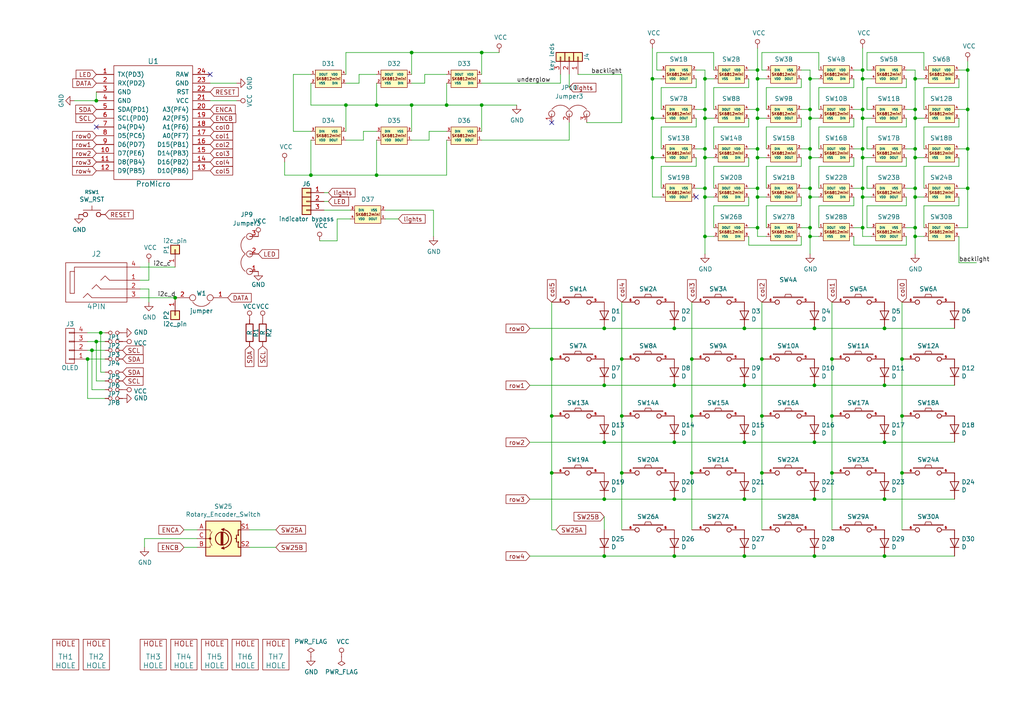
<source format=kicad_sch>
(kicad_sch (version 20211123) (generator eeschema)
  (paper "A4")
  (junction (at 256.54 128.27))
  (junction (at 261.62 137.16))
  (junction (at 26.67 101.6))
  (junction (at 219.71 22.86))
  (junction (at 204.47 22.86))
  (junction (at 220.98 137.16))
  (junction (at 195.58 111.76))
  (junction (at 234.95 54.61))
  (junction (at 50.8 86.36))
  (junction (at 250.19 31.75))
  (junction (at 236.22 161.29))
  (junction (at 234.95 31.75))
  (junction (at 27.94 99.06))
  (junction (at 256.54 161.29))
  (junction (at 215.9 161.29))
  (junction (at 234.95 57.15))
  (junction (at 219.71 20.32))
  (junction (at 175.26 161.29))
  (junction (at 234.95 43.18))
  (junction (at 160.02 137.16))
  (junction (at 261.62 120.65))
  (junction (at 236.22 128.27))
  (junction (at 200.66 104.14))
  (junction (at 219.71 34.29))
  (junction (at 27.94 29.21))
  (junction (at 219.71 45.72))
  (junction (at 265.43 31.75))
  (junction (at 200.66 120.65))
  (junction (at 234.95 34.29))
  (junction (at 280.67 31.75))
  (junction (at 215.9 111.76))
  (junction (at 175.26 111.76))
  (junction (at 180.34 104.14))
  (junction (at 256.54 144.78))
  (junction (at 256.54 95.25))
  (junction (at 280.67 43.18))
  (junction (at 160.02 120.65))
  (junction (at 265.43 54.61))
  (junction (at 250.19 20.32))
  (junction (at 90.17 50.8))
  (junction (at 180.34 137.16))
  (junction (at 250.19 43.18))
  (junction (at 175.26 128.27))
  (junction (at 219.71 31.75))
  (junction (at 265.43 22.86))
  (junction (at 215.9 128.27))
  (junction (at 109.22 30.48))
  (junction (at 204.47 45.72))
  (junction (at 215.9 95.25))
  (junction (at 265.43 43.18))
  (junction (at 220.98 120.65))
  (junction (at 175.26 144.78))
  (junction (at 189.23 45.72))
  (junction (at 119.38 30.48))
  (junction (at 250.19 22.86))
  (junction (at 250.19 34.29))
  (junction (at 25.4 104.14))
  (junction (at 195.58 95.25))
  (junction (at 189.23 34.29))
  (junction (at 250.19 45.72))
  (junction (at 29.21 96.52))
  (junction (at 204.47 34.29))
  (junction (at 109.22 50.8))
  (junction (at 250.19 54.61))
  (junction (at 100.33 30.48))
  (junction (at 219.71 54.61))
  (junction (at 234.95 22.86))
  (junction (at 195.58 128.27))
  (junction (at 265.43 66.04))
  (junction (at 160.02 104.14))
  (junction (at 204.47 54.61))
  (junction (at 280.67 54.61))
  (junction (at 180.34 120.65))
  (junction (at 265.43 34.29))
  (junction (at 261.62 104.14))
  (junction (at 215.9 144.78))
  (junction (at 204.47 57.15))
  (junction (at 219.71 66.04))
  (junction (at 280.67 20.32))
  (junction (at 241.3 104.14))
  (junction (at 219.71 43.18))
  (junction (at 265.43 57.15))
  (junction (at 219.71 57.15))
  (junction (at 236.22 111.76))
  (junction (at 236.22 144.78))
  (junction (at 175.26 95.25))
  (junction (at 220.98 104.14))
  (junction (at 250.19 57.15))
  (junction (at 189.23 22.86))
  (junction (at 195.58 161.29))
  (junction (at 250.19 66.04))
  (junction (at 195.58 144.78))
  (junction (at 234.95 68.58))
  (junction (at 129.54 30.48))
  (junction (at 119.38 15.24))
  (junction (at 234.95 66.04))
  (junction (at 139.7 30.48))
  (junction (at 200.66 137.16))
  (junction (at 241.3 120.65))
  (junction (at 204.47 68.58))
  (junction (at 234.95 45.72))
  (junction (at 265.43 68.58))
  (junction (at 236.22 95.25))
  (junction (at 256.54 111.76))
  (junction (at 241.3 137.16))
  (junction (at 139.7 15.24))
  (junction (at 265.43 45.72))
  (junction (at 204.47 31.75))
  (junction (at 204.47 43.18))
  (no_connect (at 160.02 35.56))
  (no_connect (at 201.93 57.15))
  (no_connect (at 27.94 36.83))
  (no_connect (at 60.96 21.59))
  (wire (pts (xy 247.65 71.12) (xy 247.65 68.58)))
  (wire (pts (xy 191.77 34.29) (xy 189.23 34.29)))
  (wire (pts (xy 200.66 120.65) (xy 200.66 137.16)))
  (wire (pts (xy 278.13 20.32) (xy 280.67 20.32)))
  (wire (pts (xy 265.43 22.86) (xy 265.43 31.75)))
  (wire (pts (xy 217.17 48.26) (xy 217.17 45.72)))
  (wire (pts (xy 234.95 57.15) (xy 234.95 66.04)))
  (wire (pts (xy 162.56 21.59) (xy 162.56 24.13)))
  (wire (pts (xy 85.09 21.59) (xy 85.09 38.1)))
  (wire (pts (xy 101.6 63.5) (xy 97.79 63.5)))
  (wire (pts (xy 165.1 35.56) (xy 165.1 40.64)))
  (wire (pts (xy 232.41 43.18) (xy 234.95 43.18)))
  (wire (pts (xy 207.01 31.75) (xy 207.01 25.4)))
  (wire (pts (xy 41.91 156.21) (xy 41.91 158.75)))
  (wire (pts (xy 60.96 24.13) (xy 68.58 24.13)))
  (wire (pts (xy 119.38 21.59) (xy 119.38 15.24)))
  (wire (pts (xy 57.15 156.21) (xy 41.91 156.21)))
  (wire (pts (xy 215.9 144.78) (xy 236.22 144.78)))
  (wire (pts (xy 167.64 21.59) (xy 180.34 21.59)))
  (wire (pts (xy 27.94 99.06) (xy 27.94 110.49)))
  (wire (pts (xy 262.89 34.29) (xy 262.89 36.83)))
  (wire (pts (xy 222.25 22.86) (xy 219.71 22.86)))
  (wire (pts (xy 195.58 111.76) (xy 215.9 111.76)))
  (wire (pts (xy 215.9 111.76) (xy 236.22 111.76)))
  (wire (pts (xy 175.26 149.86) (xy 175.26 153.67)))
  (wire (pts (xy 222.25 57.15) (xy 219.71 57.15)))
  (wire (pts (xy 261.62 120.65) (xy 261.62 137.16)))
  (wire (pts (xy 105.41 40.64) (xy 105.41 38.1)))
  (wire (pts (xy 252.73 57.15) (xy 250.19 57.15)))
  (wire (pts (xy 250.19 45.72) (xy 250.19 43.18)))
  (wire (pts (xy 100.33 40.64) (xy 105.41 40.64)))
  (wire (pts (xy 267.97 31.75) (xy 267.97 25.4)))
  (wire (pts (xy 237.49 54.61) (xy 237.49 48.26)))
  (wire (pts (xy 267.97 54.61) (xy 267.97 48.26)))
  (wire (pts (xy 234.95 34.29) (xy 234.95 43.18)))
  (wire (pts (xy 250.19 34.29) (xy 250.19 31.75)))
  (wire (pts (xy 278.13 68.58) (xy 278.13 76.2)))
  (wire (pts (xy 139.7 40.64) (xy 165.1 40.64)))
  (wire (pts (xy 25.4 115.57) (xy 30.48 115.57)))
  (wire (pts (xy 95.25 58.42) (xy 93.98 58.42)))
  (wire (pts (xy 251.46 15.24) (xy 251.46 20.32)))
  (wire (pts (xy 267.97 25.4) (xy 278.13 25.4)))
  (wire (pts (xy 280.67 54.61) (xy 280.67 66.04)))
  (wire (pts (xy 232.41 59.69) (xy 222.25 59.69)))
  (wire (pts (xy 237.49 45.72) (xy 234.95 45.72)))
  (wire (pts (xy 29.21 107.95) (xy 30.48 107.95)))
  (wire (pts (xy 219.71 20.32) (xy 219.71 22.86)))
  (wire (pts (xy 201.93 48.26) (xy 191.77 48.26)))
  (wire (pts (xy 129.54 21.59) (xy 123.19 21.59)))
  (wire (pts (xy 85.09 38.1) (xy 90.17 38.1)))
  (wire (pts (xy 251.46 66.04) (xy 252.73 66.04)))
  (wire (pts (xy 222.25 25.4) (xy 222.25 31.75)))
  (wire (pts (xy 60.96 29.21) (xy 68.58 29.21)))
  (wire (pts (xy 40.64 86.36) (xy 50.8 86.36)))
  (wire (pts (xy 250.19 54.61) (xy 250.19 45.72)))
  (wire (pts (xy 220.98 87.63) (xy 220.98 104.14)))
  (wire (pts (xy 189.23 45.72) (xy 189.23 57.15)))
  (wire (pts (xy 265.43 68.58) (xy 265.43 73.66)))
  (wire (pts (xy 43.18 83.82) (xy 43.18 87.63)))
  (wire (pts (xy 104.14 24.13) (xy 100.33 24.13)))
  (wire (pts (xy 267.97 43.18) (xy 267.97 36.83)))
  (wire (pts (xy 219.71 57.15) (xy 219.71 66.04)))
  (wire (pts (xy 234.95 45.72) (xy 234.95 54.61)))
  (wire (pts (xy 82.55 50.8) (xy 82.55 46.99)))
  (wire (pts (xy 90.17 40.64) (xy 90.17 50.8)))
  (wire (pts (xy 129.54 30.48) (xy 129.54 24.13)))
  (wire (pts (xy 247.65 36.83) (xy 247.65 34.29)))
  (wire (pts (xy 165.1 25.4) (xy 165.1 21.59)))
  (wire (pts (xy 280.67 54.61) (xy 278.13 54.61)))
  (wire (pts (xy 53.34 158.75) (xy 57.15 158.75)))
  (wire (pts (xy 204.47 57.15) (xy 204.47 54.61)))
  (wire (pts (xy 217.17 25.4) (xy 217.17 22.86)))
  (wire (pts (xy 123.19 24.13) (xy 119.38 24.13)))
  (wire (pts (xy 220.98 20.32) (xy 222.25 20.32)))
  (wire (pts (xy 232.41 36.83) (xy 222.25 36.83)))
  (wire (pts (xy 109.22 30.48) (xy 119.38 30.48)))
  (wire (pts (xy 27.94 99.06) (xy 30.48 99.06)))
  (wire (pts (xy 160.02 104.14) (xy 160.02 120.65)))
  (wire (pts (xy 251.46 54.61) (xy 252.73 54.61)))
  (wire (pts (xy 207.01 20.32) (xy 207.01 15.24)))
  (wire (pts (xy 247.65 66.04) (xy 250.19 66.04)))
  (wire (pts (xy 200.66 137.16) (xy 200.66 153.67)))
  (wire (pts (xy 237.49 20.32) (xy 237.49 15.24)))
  (wire (pts (xy 265.43 45.72) (xy 265.43 54.61)))
  (wire (pts (xy 280.67 20.32) (xy 280.67 31.75)))
  (wire (pts (xy 175.26 161.29) (xy 195.58 161.29)))
  (wire (pts (xy 207.01 34.29) (xy 204.47 34.29)))
  (wire (pts (xy 180.34 120.65) (xy 180.34 137.16)))
  (wire (pts (xy 25.4 96.52) (xy 29.21 96.52)))
  (wire (pts (xy 215.9 161.29) (xy 236.22 161.29)))
  (wire (pts (xy 256.54 111.76) (xy 276.86 111.76)))
  (wire (pts (xy 237.49 31.75) (xy 237.49 25.4)))
  (wire (pts (xy 25.4 104.14) (xy 25.4 115.57)))
  (wire (pts (xy 72.39 153.67) (xy 80.01 153.67)))
  (wire (pts (xy 267.97 57.15) (xy 265.43 57.15)))
  (wire (pts (xy 101.6 60.96) (xy 93.98 60.96)))
  (wire (pts (xy 100.33 15.24) (xy 100.33 21.59)))
  (wire (pts (xy 90.17 21.59) (xy 85.09 21.59)))
  (wire (pts (xy 252.73 68.58) (xy 250.19 68.58)))
  (wire (pts (xy 90.17 50.8) (xy 82.55 50.8)))
  (wire (pts (xy 280.67 43.18) (xy 280.67 54.61)))
  (wire (pts (xy 25.4 99.06) (xy 27.94 99.06)))
  (wire (pts (xy 256.54 95.25) (xy 236.22 95.25)))
  (wire (pts (xy 26.67 113.03) (xy 30.48 113.03)))
  (wire (pts (xy 219.71 43.18) (xy 219.71 45.72)))
  (wire (pts (xy 27.94 29.21) (xy 21.59 29.21)))
  (wire (pts (xy 232.41 48.26) (xy 222.25 48.26)))
  (wire (pts (xy 262.89 54.61) (xy 265.43 54.61)))
  (wire (pts (xy 265.43 34.29) (xy 265.43 43.18)))
  (wire (pts (xy 90.17 50.8) (xy 109.22 50.8)))
  (wire (pts (xy 262.89 71.12) (xy 247.65 71.12)))
  (wire (pts (xy 220.98 104.14) (xy 220.98 120.65)))
  (wire (pts (xy 40.64 77.47) (xy 50.8 77.47)))
  (wire (pts (xy 123.19 21.59) (xy 123.19 24.13)))
  (wire (pts (xy 204.47 43.18) (xy 204.47 34.29)))
  (wire (pts (xy 252.73 34.29) (xy 250.19 34.29)))
  (wire (pts (xy 111.76 63.5) (xy 115.57 63.5)))
  (wire (pts (xy 278.13 48.26) (xy 278.13 45.72)))
  (wire (pts (xy 232.41 71.12) (xy 217.17 71.12)))
  (wire (pts (xy 262.89 57.15) (xy 262.89 59.69)))
  (wire (pts (xy 219.71 45.72) (xy 219.71 54.61)))
  (wire (pts (xy 175.26 144.78) (xy 153.67 144.78)))
  (wire (pts (xy 241.3 137.16) (xy 241.3 153.67)))
  (wire (pts (xy 236.22 128.27) (xy 256.54 128.27)))
  (wire (pts (xy 43.18 76.2) (xy 43.18 81.28)))
  (wire (pts (xy 261.62 137.16) (xy 261.62 153.67)))
  (wire (pts (xy 119.38 40.64) (xy 124.46 40.64)))
  (wire (pts (xy 125.73 60.96) (xy 125.73 68.58)))
  (wire (pts (xy 241.3 137.16) (xy 241.3 120.65)))
  (wire (pts (xy 207.01 48.26) (xy 217.17 48.26)))
  (wire (pts (xy 204.47 45.72) (xy 204.47 43.18)))
  (wire (pts (xy 119.38 30.48) (xy 129.54 30.48)))
  (wire (pts (xy 201.93 34.29) (xy 201.93 36.83)))
  (wire (pts (xy 232.41 20.32) (xy 234.95 20.32)))
  (wire (pts (xy 232.41 54.61) (xy 234.95 54.61)))
  (wire (pts (xy 204.47 34.29) (xy 204.47 31.75)))
  (wire (pts (xy 189.23 13.97) (xy 189.23 22.86)))
  (wire (pts (xy 250.19 22.86) (xy 250.19 20.32)))
  (wire (pts (xy 280.67 66.04) (xy 278.13 66.04)))
  (wire (pts (xy 195.58 144.78) (xy 215.9 144.78)))
  (wire (pts (xy 247.65 54.61) (xy 250.19 54.61)))
  (wire (pts (xy 251.46 20.32) (xy 252.73 20.32)))
  (wire (pts (xy 251.46 25.4) (xy 251.46 31.75)))
  (wire (pts (xy 92.71 69.85) (xy 97.79 69.85)))
  (wire (pts (xy 262.89 48.26) (xy 251.46 48.26)))
  (wire (pts (xy 104.14 21.59) (xy 104.14 24.13)))
  (wire (pts (xy 222.25 34.29) (xy 219.71 34.29)))
  (wire (pts (xy 237.49 66.04) (xy 237.49 59.69)))
  (wire (pts (xy 250.19 31.75) (xy 250.19 22.86)))
  (wire (pts (xy 215.9 128.27) (xy 236.22 128.27)))
  (wire (pts (xy 26.67 101.6) (xy 26.67 113.03)))
  (wire (pts (xy 247.65 48.26) (xy 247.65 45.72)))
  (wire (pts (xy 267.97 22.86) (xy 265.43 22.86)))
  (wire (pts (xy 119.38 30.48) (xy 119.38 38.1)))
  (wire (pts (xy 207.01 68.58) (xy 204.47 68.58)))
  (wire (pts (xy 250.19 66.04) (xy 250.19 57.15)))
  (wire (pts (xy 232.41 45.72) (xy 232.41 48.26)))
  (wire (pts (xy 43.18 81.28) (xy 40.64 81.28)))
  (wire (pts (xy 247.65 25.4) (xy 247.65 22.86)))
  (wire (pts (xy 109.22 40.64) (xy 109.22 50.8)))
  (wire (pts (xy 241.3 104.14) (xy 241.3 120.65)))
  (wire (pts (xy 237.49 36.83) (xy 247.65 36.83)))
  (wire (pts (xy 204.47 68.58) (xy 204.47 57.15)))
  (wire (pts (xy 280.67 31.75) (xy 280.67 43.18)))
  (wire (pts (xy 234.95 22.86) (xy 234.95 31.75)))
  (wire (pts (xy 191.77 36.83) (xy 191.77 43.18)))
  (wire (pts (xy 190.5 20.32) (xy 191.77 20.32)))
  (wire (pts (xy 262.89 22.86) (xy 262.89 25.4)))
  (wire (pts (xy 222.25 59.69) (xy 222.25 66.04)))
  (wire (pts (xy 207.01 59.69) (xy 217.17 59.69)))
  (wire (pts (xy 215.9 95.25) (xy 236.22 95.25)))
  (wire (pts (xy 232.41 66.04) (xy 234.95 66.04)))
  (wire (pts (xy 265.43 54.61) (xy 265.43 57.15)))
  (wire (pts (xy 237.49 48.26) (xy 247.65 48.26)))
  (wire (pts (xy 280.67 31.75) (xy 278.13 31.75)))
  (wire (pts (xy 222.25 48.26) (xy 222.25 54.61)))
  (wire (pts (xy 262.89 36.83) (xy 251.46 36.83)))
  (wire (pts (xy 200.66 104.14) (xy 200.66 120.65)))
  (wire (pts (xy 222.25 36.83) (xy 222.25 43.18)))
  (wire (pts (xy 237.49 25.4) (xy 247.65 25.4)))
  (wire (pts (xy 207.01 66.04) (xy 207.01 59.69)))
  (wire (pts (xy 119.38 15.24) (xy 100.33 15.24)))
  (wire (pts (xy 29.21 96.52) (xy 30.48 96.52)))
  (wire (pts (xy 262.89 68.58) (xy 262.89 71.12)))
  (wire (pts (xy 201.93 54.61) (xy 204.47 54.61)))
  (wire (pts (xy 265.43 57.15) (xy 265.43 66.04)))
  (wire (pts (xy 219.71 68.58) (xy 222.25 68.58)))
  (wire (pts (xy 232.41 22.86) (xy 232.41 25.4)))
  (wire (pts (xy 27.94 26.67) (xy 27.94 29.21)))
  (wire (pts (xy 29.21 96.52) (xy 29.21 107.95)))
  (wire (pts (xy 267.97 36.83) (xy 278.13 36.83)))
  (wire (pts (xy 265.43 66.04) (xy 265.43 68.58)))
  (wire (pts (xy 234.95 43.18) (xy 234.95 45.72)))
  (wire (pts (xy 189.23 22.86) (xy 189.23 34.29)))
  (wire (pts (xy 217.17 66.04) (xy 219.71 66.04)))
  (wire (pts (xy 247.65 43.18) (xy 250.19 43.18)))
  (wire (pts (xy 220.98 15.24) (xy 220.98 20.32)))
  (wire (pts (xy 278.13 25.4) (xy 278.13 22.86)))
  (wire (pts (xy 175.26 128.27) (xy 153.67 128.27)))
  (wire (pts (xy 204.47 20.32) (xy 204.47 22.86)))
  (wire (pts (xy 204.47 54.61) (xy 204.47 45.72)))
  (wire (pts (xy 262.89 43.18) (xy 265.43 43.18)))
  (wire (pts (xy 261.62 120.65) (xy 261.62 104.14)))
  (wire (pts (xy 124.46 38.1) (xy 129.54 38.1)))
  (wire (pts (xy 267.97 59.69) (xy 278.13 59.69)))
  (wire (pts (xy 278.13 36.83) (xy 278.13 34.29)))
  (wire (pts (xy 30.48 104.14) (xy 25.4 104.14)))
  (wire (pts (xy 175.26 111.76) (xy 153.67 111.76)))
  (wire (pts (xy 232.41 34.29) (xy 232.41 36.83)))
  (wire (pts (xy 265.43 34.29) (xy 267.97 34.29)))
  (wire (pts (xy 267.97 66.04) (xy 267.97 59.69)))
  (wire (pts (xy 217.17 59.69) (xy 217.17 57.15)))
  (wire (pts (xy 237.49 22.86) (xy 234.95 22.86)))
  (wire (pts (xy 234.95 66.04) (xy 234.95 68.58)))
  (wire (pts (xy 280.67 43.18) (xy 278.13 43.18)))
  (wire (pts (xy 207.01 36.83) (xy 217.17 36.83)))
  (wire (pts (xy 195.58 128.27) (xy 175.26 128.27)))
  (wire (pts (xy 232.41 25.4) (xy 222.25 25.4)))
  (wire (pts (xy 180.34 87.63) (xy 180.34 104.14)))
  (wire (pts (xy 160.02 87.63) (xy 160.02 104.14)))
  (wire (pts (xy 217.17 71.12) (xy 217.17 68.58)))
  (wire (pts (xy 256.54 95.25) (xy 276.86 95.25)))
  (wire (pts (xy 26.67 101.6) (xy 30.48 101.6)))
  (wire (pts (xy 160.02 137.16) (xy 160.02 153.67)))
  (wire (pts (xy 139.7 30.48) (xy 149.86 30.48)))
  (wire (pts (xy 170.18 35.56) (xy 180.34 35.56)))
  (wire (pts (xy 220.98 137.16) (xy 220.98 153.67)))
  (wire (pts (xy 204.47 73.66) (xy 204.47 68.58)))
  (wire (pts (xy 201.93 20.32) (xy 204.47 20.32)))
  (wire (pts (xy 232.41 31.75) (xy 234.95 31.75)))
  (wire (pts (xy 191.77 45.72) (xy 189.23 45.72)))
  (wire (pts (xy 201.93 22.86) (xy 201.93 25.4)))
  (wire (pts (xy 100.33 30.48) (xy 90.17 30.48)))
  (wire (pts (xy 200.66 87.63) (xy 200.66 104.14)))
  (wire (pts (xy 252.73 45.72) (xy 250.19 45.72)))
  (wire (pts (xy 267.97 45.72) (xy 265.43 45.72)))
  (wire (pts (xy 195.58 95.25) (xy 175.26 95.25)))
  (wire (pts (xy 201.93 31.75) (xy 204.47 31.75)))
  (wire (pts (xy 109.22 50.8) (xy 129.54 50.8)))
  (wire (pts (xy 139.7 21.59) (xy 139.7 15.24)))
  (wire (pts (xy 251.46 43.18) (xy 252.73 43.18)))
  (wire (pts (xy 93.98 55.88) (xy 95.25 55.88)))
  (wire (pts (xy 217.17 36.83) (xy 217.17 34.29)))
  (wire (pts (xy 247.65 31.75) (xy 250.19 31.75)))
  (wire (pts (xy 250.19 68.58) (xy 250.19 66.04)))
  (wire (pts (xy 204.47 22.86) (xy 207.01 22.86)))
  (wire (pts (xy 267.97 68.58) (xy 265.43 68.58)))
  (wire (pts (xy 234.95 31.75) (xy 234.95 34.29)))
  (wire (pts (xy 124.46 40.64) (xy 124.46 38.1)))
  (wire (pts (xy 201.93 45.72) (xy 201.93 48.26)))
  (wire (pts (xy 204.47 22.86) (xy 204.47 31.75)))
  (wire (pts (xy 237.49 57.15) (xy 234.95 57.15)))
  (wire (pts (xy 189.23 34.29) (xy 189.23 45.72)))
  (wire (pts (xy 278.13 76.2) (xy 283.21 76.2)))
  (wire (pts (xy 180.34 21.59) (xy 180.34 35.56)))
  (wire (pts (xy 189.23 57.15) (xy 191.77 57.15)))
  (wire (pts (xy 250.19 57.15) (xy 250.19 54.61)))
  (wire (pts (xy 207.01 43.18) (xy 207.01 36.83)))
  (wire (pts (xy 250.19 20.32) (xy 250.19 13.97)))
  (wire (pts (xy 251.46 36.83) (xy 251.46 43.18)))
  (wire (pts (xy 234.95 54.61) (xy 234.95 57.15)))
  (wire (pts (xy 207.01 15.24) (xy 190.5 15.24)))
  (wire (pts (xy 280.67 20.32) (xy 280.67 17.78)))
  (wire (pts (xy 251.46 48.26) (xy 251.46 54.61)))
  (wire (pts (xy 100.33 38.1) (xy 100.33 30.48)))
  (wire (pts (xy 139.7 24.13) (xy 162.56 24.13)))
  (wire (pts (xy 262.89 45.72) (xy 262.89 48.26)))
  (wire (pts (xy 251.46 59.69) (xy 251.46 66.04)))
  (wire (pts (xy 195.58 95.25) (xy 215.9 95.25)))
  (wire (pts (xy 219.71 31.75) (xy 219.71 34.29)))
  (wire (pts (xy 27.94 110.49) (xy 30.48 110.49)))
  (wire (pts (xy 153.67 161.29) (xy 175.26 161.29)))
  (wire (pts (xy 180.34 104.14) (xy 180.34 120.65)))
  (wire (pts (xy 191.77 22.86) (xy 189.23 22.86)))
  (wire (pts (xy 237.49 43.18) (xy 237.49 36.83)))
  (wire (pts (xy 234.95 68.58) (xy 234.95 73.66)))
  (wire (pts (xy 144.78 15.24) (xy 139.7 15.24)))
  (wire (pts (xy 195.58 128.27) (xy 215.9 128.27)))
  (wire (pts (xy 201.93 43.18) (xy 204.47 43.18)))
  (wire (pts (xy 236.22 161.29) (xy 256.54 161.29)))
  (wire (pts (xy 207.01 57.15) (xy 204.47 57.15)))
  (wire (pts (xy 111.76 60.96) (xy 125.73 60.96)))
  (wire (pts (xy 256.54 144.78) (xy 276.86 144.78)))
  (wire (pts (xy 219.71 54.61) (xy 219.71 57.15)))
  (wire (pts (xy 40.64 83.82) (xy 43.18 83.82)))
  (wire (pts (xy 237.49 34.29) (xy 234.95 34.29)))
  (wire (pts (xy 109.22 21.59) (xy 104.14 21.59)))
  (wire (pts (xy 237.49 15.24) (xy 220.98 15.24)))
  (wire (pts (xy 195.58 144.78) (xy 175.26 144.78)))
  (wire (pts (xy 219.71 13.97) (xy 219.71 20.32)))
  (wire (pts (xy 53.34 153.67) (xy 57.15 153.67)))
  (wire (pts (xy 90.17 30.48) (xy 90.17 24.13)))
  (wire (pts (xy 232.41 68.58) (xy 232.41 71.12)))
  (wire (pts (xy 97.79 63.5) (xy 97.79 69.85)))
  (wire (pts (xy 267.97 48.26) (xy 278.13 48.26)))
  (wire (pts (xy 237.49 59.69) (xy 247.65 59.69)))
  (wire (pts (xy 207.01 45.72) (xy 204.47 45.72)))
  (wire (pts (xy 236.22 111.76) (xy 256.54 111.76)))
  (wire (pts (xy 190.5 15.24) (xy 190.5 20.32)))
  (wire (pts (xy 217.17 20.32) (xy 219.71 20.32)))
  (wire (pts (xy 201.93 25.4) (xy 191.77 25.4)))
  (wire (pts (xy 256.54 161.29) (xy 276.86 161.29)))
  (wire (pts (xy 262.89 31.75) (xy 265.43 31.75)))
  (wire (pts (xy 236.22 144.78) (xy 256.54 144.78)))
  (wire (pts (xy 267.97 15.24) (xy 251.46 15.24)))
  (wire (pts (xy 195.58 111.76) (xy 175.26 111.76)))
  (wire (pts (xy 262.89 20.32) (xy 265.43 20.32)))
  (wire (pts (xy 175.26 95.25) (xy 153.67 95.25)))
  (wire (pts (xy 234.95 20.32) (xy 234.95 22.86)))
  (wire (pts (xy 247.65 20.32) (xy 250.19 20.32)))
  (wire (pts (xy 222.25 45.72) (xy 219.71 45.72)))
  (wire (pts (xy 237.49 68.58) (xy 234.95 68.58)))
  (wire (pts (xy 201.93 36.83) (xy 191.77 36.83)))
  (wire (pts (xy 219.71 34.29) (xy 219.71 43.18)))
  (wire (pts (xy 129.54 40.64) (xy 129.54 50.8)))
  (wire (pts (xy 262.89 66.04) (xy 265.43 66.04)))
  (wire (pts (xy 220.98 120.65) (xy 220.98 137.16)))
  (wire (pts (xy 217.17 54.61) (xy 219.71 54.61)))
  (wire (pts (xy 250.19 43.18) (xy 250.19 34.29)))
  (wire (pts (xy 265.43 43.18) (xy 265.43 45.72)))
  (wire (pts (xy 72.39 158.75) (xy 80.01 158.75)))
  (wire (pts (xy 180.34 137.16) (xy 180.34 153.67)))
  (wire (pts (xy 241.3 87.63) (xy 241.3 104.14)))
  (wire (pts (xy 207.01 54.61) (xy 207.01 48.26)))
  (wire (pts (xy 256.54 128.27) (xy 276.86 128.27)))
  (wire (pts (xy 267.97 20.32) (xy 267.97 15.24)))
  (wire (pts (xy 25.4 101.6) (xy 26.67 101.6)))
  (wire (pts (xy 139.7 38.1) (xy 139.7 30.48)))
  (wire (pts (xy 100.33 30.48) (xy 109.22 30.48)))
  (wire (pts (xy 219.71 22.86) (xy 219.71 31.75)))
  (wire (pts (xy 251.46 31.75) (xy 252.73 31.75)))
  (wire (pts (xy 207.01 25.4) (xy 217.17 25.4)))
  (wire (pts (xy 109.22 30.48) (xy 109.22 24.13)))
  (wire (pts (xy 262.89 25.4) (xy 251.46 25.4)))
  (wire (pts (xy 160.02 120.65) (xy 160.02 137.16)))
  (wire (pts (xy 232.41 57.15) (xy 232.41 59.69)))
  (wire (pts (xy 129.54 30.48) (xy 139.7 30.48)))
  (wire (pts (xy 191.77 48.26) (xy 191.77 54.61)))
  (wire (pts (xy 219.71 66.04) (xy 219.71 68.58)))
  (wire (pts (xy 139.7 15.24) (xy 119.38 15.24)))
  (wire (pts (xy 261.62 104.14) (xy 261.62 87.63)))
  (wire (pts (xy 262.89 59.69) (xy 251.46 59.69)))
  (wire (pts (xy 265.43 31.75) (xy 265.43 34.29)))
  (wire (pts (xy 105.41 38.1) (xy 109.22 38.1)))
  (wire (pts (xy 252.73 22.86) (xy 250.19 22.86)))
  (wire (pts (xy 191.77 25.4) (xy 191.77 31.75)))
  (wire (pts (xy 217.17 43.18) (xy 219.71 43.18)))
  (wire (pts (xy 217.17 31.75) (xy 219.71 31.75)))
  (wire (pts (xy 247.65 59.69) (xy 247.65 57.15)))
  (wire (pts (xy 160.02 153.67) (xy 161.29 153.67)))
  (wire (pts (xy 265.43 20.32) (xy 265.43 22.86)))
  (wire (pts (xy 278.13 59.69) (xy 278.13 57.15)))
  (wire (pts (xy 195.58 161.29) (xy 215.9 161.29)))
  (label "i2c_d" (at 45.72 86.36 0))
  (label "backlight" (at 278.13 76.2 0))
  (label "backlight" (at 171.45 21.59 0))
  (label "underglow" (at 149.86 24.13 0))
  (label "i2c_c" (at 44.45 77.47 0))
  (global_label "SCL" (shape input) (at 76.2 100.33 270) (property "Intersheet References" "${INTERSHEET_REFS}" (effects hide)))
  (global_label "row3" (shape input) (at 27.94 46.99 180) (property "Intersheet References" "${INTERSHEET_REFS}" (effects hide)))
  (global_label "col2" (shape input) (at 220.98 87.63 90) (property "Intersheet References" "${INTERSHEET_REFS}" (effects hide)))
  (global_label "row1" (shape input) (at 27.94 41.91 180) (property "Intersheet References" "${INTERSHEET_REFS}" (effects hide)))
  (global_label "col1" (shape input) (at 60.96 39.37 0) (property "Intersheet References" "${INTERSHEET_REFS}" (effects hide)))
  (global_label "col4" (shape input) (at 60.96 46.99 0) (property "Intersheet References" "${INTERSHEET_REFS}" (effects hide)))
  (global_label "lights" (shape input) (at 95.25 55.88 0) (property "Intersheet References" "${INTERSHEET_REFS}" (effects hide)))
  (global_label "row0" (shape input) (at 27.94 39.37 180) (property "Intersheet References" "${INTERSHEET_REFS}" (effects hide)))
  (global_label "ENCB" (shape input) (at 53.34 158.75 180) (property "Intersheet References" "${INTERSHEET_REFS}" (effects hide)))
  (global_label "ENCA" (shape input) (at 60.96 31.75 0) (property "Intersheet References" "${INTERSHEET_REFS}" (effects hide)))
  (global_label "lights" (shape input) (at 165.1 25.4 0) (property "Intersheet References" "${INTERSHEET_REFS}" (effects hide)))
  (global_label "SCL" (shape input) (at 35.56 101.6 0) (property "Intersheet References" "${INTERSHEET_REFS}" (effects hide)))
  (global_label "col0" (shape input) (at 261.62 87.63 90) (property "Intersheet References" "${INTERSHEET_REFS}" (effects hide)))
  (global_label "col0" (shape input) (at 60.96 36.83 0) (property "Intersheet References" "${INTERSHEET_REFS}" (effects hide)))
  (global_label "col5" (shape input) (at 160.02 87.63 90) (property "Intersheet References" "${INTERSHEET_REFS}" (effects hide)))
  (global_label "ENCB" (shape input) (at 60.96 34.29 0) (property "Intersheet References" "${INTERSHEET_REFS}" (effects hide)))
  (global_label "SW25B" (shape input) (at 175.26 149.86 180) (property "Intersheet References" "${INTERSHEET_REFS}" (effects hide)))
  (global_label "lights" (shape input) (at 115.57 63.5 0) (property "Intersheet References" "${INTERSHEET_REFS}" (effects hide)))
  (global_label "DATA" (shape input) (at 66.04 86.36 0) (property "Intersheet References" "${INTERSHEET_REFS}" (effects hide)))
  (global_label "SCL" (shape input) (at 27.94 34.29 180) (property "Intersheet References" "${INTERSHEET_REFS}" (effects hide)))
  (global_label "SW25A" (shape input) (at 161.29 153.67 0) (property "Intersheet References" "${INTERSHEET_REFS}" (effects hide)))
  (global_label "SW25B" (shape input) (at 80.01 158.75 0) (property "Intersheet References" "${INTERSHEET_REFS}" (effects hide)))
  (global_label "LED" (shape input) (at 95.25 58.42 0) (property "Intersheet References" "${INTERSHEET_REFS}" (effects hide)))
  (global_label "row4" (shape input) (at 153.67 161.29 180) (property "Intersheet References" "${INTERSHEET_REFS}" (effects hide)))
  (global_label "row0" (shape input) (at 153.67 95.25 180) (property "Intersheet References" "${INTERSHEET_REFS}" (effects hide)))
  (global_label "SDA" (shape input) (at 72.39 100.33 270) (property "Intersheet References" "${INTERSHEET_REFS}" (effects hide)))
  (global_label "SDA" (shape input) (at 35.56 104.14 0) (property "Intersheet References" "${INTERSHEET_REFS}" (effects hide)))
  (global_label "SCL" (shape input) (at 35.56 110.49 0) (property "Intersheet References" "${INTERSHEET_REFS}" (effects hide)))
  (global_label "SDA" (shape input) (at 35.56 107.95 0) (property "Intersheet References" "${INTERSHEET_REFS}" (effects hide)))
  (global_label "col1" (shape input) (at 241.3 87.63 90) (property "Intersheet References" "${INTERSHEET_REFS}" (effects hide)))
  (global_label "row3" (shape input) (at 153.67 144.78 180) (property "Intersheet References" "${INTERSHEET_REFS}" (effects hide)))
  (global_label "SW25A" (shape input) (at 80.01 153.67 0) (property "Intersheet References" "${INTERSHEET_REFS}" (effects hide)))
  (global_label "col2" (shape input) (at 60.96 41.91 0) (property "Intersheet References" "${INTERSHEET_REFS}" (effects hide)))
  (global_label "col3" (shape input) (at 200.66 87.63 90) (property "Intersheet References" "${INTERSHEET_REFS}" (effects hide)))
  (global_label "row2" (shape input) (at 153.67 128.27 180) (property "Intersheet References" "${INTERSHEET_REFS}" (effects hide)))
  (global_label "row1" (shape input) (at 153.67 111.76 180) (property "Intersheet References" "${INTERSHEET_REFS}" (effects hide)))
  (global_label "col5" (shape input) (at 60.96 49.53 0) (property "Intersheet References" "${INTERSHEET_REFS}" (effects hide)))
  (global_label "col3" (shape input) (at 60.96 44.45 0) (property "Intersheet References" "${INTERSHEET_REFS}" (effects hide)))
  (global_label "row4" (shape input) (at 27.94 49.53 180) (property "Intersheet References" "${INTERSHEET_REFS}" (effects hide)))
  (global_label "RESET" (shape input) (at 60.96 26.67 0) (property "Intersheet References" "${INTERSHEET_REFS}" (effects hide)))
  (global_label "SDA" (shape input) (at 27.94 31.75 180) (property "Intersheet References" "${INTERSHEET_REFS}" (effects hide)))
  (global_label "LED" (shape input) (at 74.93 73.66 0) (property "Intersheet References" "${INTERSHEET_REFS}" (effects hide)))
  (global_label "RESET" (shape input) (at 30.48 62.23 0) (property "Intersheet References" "${INTERSHEET_REFS}" (effects hide)))
  (global_label "row2" (shape input) (at 27.94 44.45 180) (property "Intersheet References" "${INTERSHEET_REFS}" (effects hide)))
  (global_label "ENCA" (shape input) (at 53.34 153.67 180) (property "Intersheet References" "${INTERSHEET_REFS}" (effects hide)))
  (global_label "col4" (shape input) (at 180.34 87.63 90) (property "Intersheet References" "${INTERSHEET_REFS}" (effects hide)))
  (global_label "DATA" (shape input) (at 27.94 24.13 180) (property "Intersheet References" "${INTERSHEET_REFS}" (effects hide)))
  (global_label "LED" (shape input) (at 27.94 21.59 180) (property "Intersheet References" "${INTERSHEET_REFS}" (effects hide)))
  (symbol (lib_id "SofleKeyboard-rescue:ProMicro_2-Lily58-cache-Lily58_Pro-rescue") (at 44.45 35.56 0) (unit 1)
    (property "Reference" "U1" (at 44.45 17.78 0) (effects (font (size 1.524 1.524))))
    (property "Value" "ProMicro" (at 44.45 53.34 0) (effects (font (size 1.524 1.524))))
    (property "Footprint" "SofleKeyboard-footprint:ProMicro" (effects hide))
  )
  (symbol (lib_id "SofleKeyboard:SW_PUSH-MX_W_LED") (at 187.96 153.67 0) (unit 1)
    (property "Reference" "SW26" (at 187.96 149.86 0))
    (property "Value" "SW_PUSH-MX_W_LED" (effects hide))
    (property "Footprint" "Button_Switch_Keyboard:SK6812MINI_and_cherry" (effects hide))
  )
  (symbol (lib_id "SofleKeyboard:SW_PUSH-MX_W_LED") (at 167.64 87.63 0) (unit 1)
    (property "Reference" "SW1" (at 167.64 83.82 0))
    (property "Value" "SW_PUSH-MX_W_LED" (effects hide))
    (property "Footprint" "Button_Switch_Keyboard:SK6812MINI_and_cherry" (effects hide))
  )
  (symbol (lib_id "SofleKeyboard-rescue:D-Lily58-cache-Lily58_Pro-rescue") (at 175.26 91.44 90) (unit 1)
    (property "Reference" "D1" (at 177.2666 90.2716 90) (effects (justify right)))
    (property "Value" "D" (at 177.2666 92.583 90) (effects (justify right)))
    (property "Footprint" "Diode_SMD:crkbd-diode" (effects hide))
  )
  (symbol (lib_id "SofleKeyboard:SW_PUSH-MX_W_LED") (at 187.96 87.63 0) (unit 1)
    (property "Reference" "SW2" (at 187.96 83.82 0))
    (property "Value" "SW_PUSH-MX_W_LED" (effects hide))
    (property "Footprint" "Button_Switch_Keyboard:SK6812MINI_and_cherry" (effects hide))
  )
  (symbol (lib_id "SofleKeyboard-rescue:D-Lily58-cache-Lily58_Pro-rescue") (at 195.58 91.44 90) (unit 1)
    (property "Reference" "D2" (at 197.5866 90.2716 90) (effects (justify right)))
    (property "Value" "D" (at 197.5866 92.583 90) (effects (justify right)))
    (property "Footprint" "Diode_SMD:crkbd-diode" (effects hide))
  )
  (symbol (lib_id "SofleKeyboard:SW_PUSH-MX_W_LED") (at 208.28 87.63 0) (unit 1)
    (property "Reference" "SW3" (at 208.28 83.82 0))
    (property "Value" "SW_PUSH-MX_W_LED" (effects hide))
    (property "Footprint" "Button_Switch_Keyboard:SK6812MINI_and_cherry" (effects hide))
  )
  (symbol (lib_id "SofleKeyboard-rescue:D-Lily58-cache-Lily58_Pro-rescue") (at 215.9 91.44 90) (unit 1)
    (property "Reference" "D3" (at 217.9066 90.2716 90) (effects (justify right)))
    (property "Value" "D" (at 217.9066 92.583 90) (effects (justify right)))
    (property "Footprint" "Diode_SMD:crkbd-diode" (effects hide))
  )
  (symbol (lib_id "SofleKeyboard:SW_PUSH-MX_W_LED") (at 228.6 87.63 0) (unit 1)
    (property "Reference" "SW4" (at 228.6 81.153 0))
    (property "Value" "SW_PUSH-MX_W_LED" (effects hide))
    (property "Footprint" "Button_Switch_Keyboard:SK6812MINI_and_cherry" (effects hide))
  )
  (symbol (lib_id "SofleKeyboard-rescue:D-Lily58-cache-Lily58_Pro-rescue") (at 236.22 91.44 90) (unit 1)
    (property "Reference" "D4" (at 238.2266 90.2716 90) (effects (justify right)))
    (property "Value" "D" (at 238.2266 92.583 90) (effects (justify right)))
    (property "Footprint" "Diode_SMD:crkbd-diode" (effects hide))
  )
  (symbol (lib_id "SofleKeyboard:SW_PUSH-MX_W_LED") (at 248.92 87.63 0) (unit 1)
    (property "Reference" "SW5" (at 248.92 83.82 0))
    (property "Value" "SW_PUSH-MX_W_LED" (effects hide))
    (property "Footprint" "Button_Switch_Keyboard:SK6812MINI_and_cherry" (effects hide))
  )
  (symbol (lib_id "SofleKeyboard-rescue:D-Lily58-cache-Lily58_Pro-rescue") (at 256.54 91.44 90) (unit 1)
    (property "Reference" "D5" (at 258.5466 90.2716 90) (effects (justify right)))
    (property "Value" "D" (at 258.5466 92.583 90) (effects (justify right)))
    (property "Footprint" "Diode_SMD:crkbd-diode" (effects hide))
  )
  (symbol (lib_id "SofleKeyboard:SW_PUSH-MX_W_LED") (at 269.24 87.63 0) (unit 1)
    (property "Reference" "SW6" (at 269.24 83.82 0))
    (property "Value" "SW_PUSH-MX_W_LED" (effects hide))
    (property "Footprint" "Button_Switch_Keyboard:SK6812MINI_and_cherry" (effects hide))
  )
  (symbol (lib_id "SofleKeyboard-rescue:D-Lily58-cache-Lily58_Pro-rescue") (at 276.86 91.44 90) (unit 1)
    (property "Reference" "D6" (at 278.8666 90.2716 90) (effects (justify right)))
    (property "Value" "D" (at 278.8666 92.583 90) (effects (justify right)))
    (property "Footprint" "Diode_SMD:crkbd-diode" (effects hide))
  )
  (symbol (lib_id "SofleKeyboard:SW_PUSH-MX_W_LED") (at 187.96 104.14 0) (unit 1)
    (property "Reference" "SW8" (at 187.96 100.33 0))
    (property "Value" "SW_PUSH-MX_W_LED" (effects hide))
    (property "Footprint" "Button_Switch_Keyboard:SK6812MINI_and_cherry" (effects hide))
  )
  (symbol (lib_id "SofleKeyboard:SW_PUSH-MX_W_LED") (at 208.28 104.14 0) (unit 1)
    (property "Reference" "SW9" (at 208.28 100.33 0))
    (property "Value" "SW_PUSH-MX_W_LED" (effects hide))
    (property "Footprint" "Button_Switch_Keyboard:SK6812MINI_and_cherry" (effects hide))
  )
  (symbol (lib_id "SofleKeyboard:SW_PUSH-MX_W_LED") (at 228.6 104.14 0) (unit 1)
    (property "Reference" "SW10" (at 228.6 100.33 0))
    (property "Value" "SW_PUSH-MX_W_LED" (effects hide))
    (property "Footprint" "Button_Switch_Keyboard:SK6812MINI_and_cherry" (effects hide))
  )
  (symbol (lib_id "SofleKeyboard:SW_PUSH-MX_W_LED") (at 248.92 104.14 0) (unit 1)
    (property "Reference" "SW11" (at 248.92 100.33 0))
    (property "Value" "SW_PUSH-MX_W_LED" (effects hide))
    (property "Footprint" "Button_Switch_Keyboard:SK6812MINI_and_cherry" (effects hide))
  )
  (symbol (lib_id "SofleKeyboard:SW_PUSH-MX_W_LED") (at 269.24 104.14 0) (unit 1)
    (property "Reference" "SW12" (at 269.24 100.33 0))
    (property "Value" "SW_PUSH-MX_W_LED" (effects hide))
    (property "Footprint" "Button_Switch_Keyboard:SK6812MINI_and_cherry" (effects hide))
  )
  (symbol (lib_id "SofleKeyboard:SW_PUSH-MX_W_LED") (at 167.64 104.14 0) (unit 1)
    (property "Reference" "SW7" (at 167.64 100.33 0))
    (property "Value" "SW_PUSH-MX_W_LED" (effects hide))
    (property "Footprint" "Button_Switch_Keyboard:SK6812MINI_and_cherry" (effects hide))
  )
  (symbol (lib_id "SofleKeyboard-rescue:D-Lily58-cache-Lily58_Pro-rescue") (at 175.26 107.95 90) (unit 1)
    (property "Reference" "D7" (at 177.2666 106.7816 90) (effects (justify right)))
    (property "Value" "D" (at 177.2666 109.093 90) (effects (justify right)))
    (property "Footprint" "Diode_SMD:crkbd-diode" (effects hide))
  )
  (symbol (lib_id "SofleKeyboard-rescue:D-Lily58-cache-Lily58_Pro-rescue") (at 195.58 107.95 90) (unit 1)
    (property "Reference" "D8" (at 197.5866 106.7816 90) (effects (justify right)))
    (property "Value" "D" (at 197.5866 109.093 90) (effects (justify right)))
    (property "Footprint" "Diode_SMD:crkbd-diode" (effects hide))
  )
  (symbol (lib_id "SofleKeyboard-rescue:D-Lily58-cache-Lily58_Pro-rescue") (at 215.9 107.95 90) (unit 1)
    (property "Reference" "D9" (at 217.9066 106.7816 90) (effects (justify right)))
    (property "Value" "D" (at 217.9066 109.093 90) (effects (justify right)))
    (property "Footprint" "Diode_SMD:crkbd-diode" (effects hide))
  )
  (symbol (lib_id "SofleKeyboard-rescue:D-Lily58-cache-Lily58_Pro-rescue") (at 236.22 107.95 90) (unit 1)
    (property "Reference" "D10" (at 238.2266 106.7816 90) (effects (justify right)))
    (property "Value" "D" (at 238.2266 109.093 90) (effects (justify right)))
    (property "Footprint" "Diode_SMD:crkbd-diode" (effects hide))
  )
  (symbol (lib_id "SofleKeyboard-rescue:D-Lily58-cache-Lily58_Pro-rescue") (at 256.54 107.95 90) (unit 1)
    (property "Reference" "D11" (at 258.5466 106.7816 90) (effects (justify right)))
    (property "Value" "D" (at 258.5466 109.093 90) (effects (justify right)))
    (property "Footprint" "Diode_SMD:crkbd-diode" (effects hide))
  )
  (symbol (lib_id "SofleKeyboard-rescue:D-Lily58-cache-Lily58_Pro-rescue") (at 276.86 107.95 90) (unit 1)
    (property "Reference" "D12" (at 278.8666 106.7816 90) (effects (justify right)))
    (property "Value" "D" (at 278.8666 109.093 90) (effects (justify right)))
    (property "Footprint" "Diode_SMD:crkbd-diode" (effects hide))
  )
  (symbol (lib_id "SofleKeyboard:SW_PUSH-MX_W_LED") (at 167.64 120.65 0) (unit 1)
    (property "Reference" "SW13" (at 167.64 116.84 0))
    (property "Value" "SW_PUSH-MX_W_LED" (effects hide))
    (property "Footprint" "Button_Switch_Keyboard:SK6812MINI_and_cherry" (effects hide))
  )
  (symbol (lib_id "SofleKeyboard:SW_PUSH-MX_W_LED") (at 187.96 120.65 0) (unit 1)
    (property "Reference" "SW14" (at 187.96 116.84 0))
    (property "Value" "SW_PUSH-MX_W_LED" (effects hide))
    (property "Footprint" "Button_Switch_Keyboard:SK6812MINI_and_cherry" (effects hide))
  )
  (symbol (lib_id "SofleKeyboard:SW_PUSH-MX_W_LED") (at 208.28 120.65 0) (unit 1)
    (property "Reference" "SW15" (at 208.28 116.84 0))
    (property "Value" "SW_PUSH-MX_W_LED" (effects hide))
    (property "Footprint" "Button_Switch_Keyboard:SK6812MINI_and_cherry" (effects hide))
  )
  (symbol (lib_id "SofleKeyboard:SW_PUSH-MX_W_LED") (at 228.6 120.65 0) (unit 1)
    (property "Reference" "SW16" (at 228.6 116.84 0))
    (property "Value" "SW_PUSH-MX_W_LED" (effects hide))
    (property "Footprint" "Button_Switch_Keyboard:SK6812MINI_and_cherry" (effects hide))
  )
  (symbol (lib_id "SofleKeyboard:SW_PUSH-MX_W_LED") (at 248.92 120.65 0) (unit 1)
    (property "Reference" "SW17" (at 248.92 116.84 0))
    (property "Value" "SW_PUSH-MX_W_LED" (effects hide))
    (property "Footprint" "Button_Switch_Keyboard:SK6812MINI_and_cherry" (effects hide))
  )
  (symbol (lib_id "SofleKeyboard:SW_PUSH-MX_W_LED") (at 269.24 120.65 0) (unit 1)
    (property "Reference" "SW18" (at 269.24 116.84 0))
    (property "Value" "SW_PUSH-MX_W_LED" (effects hide))
    (property "Footprint" "Button_Switch_Keyboard:SK6812MINI_and_cherry" (effects hide))
  )
  (symbol (lib_id "SofleKeyboard-rescue:D-Lily58-cache-Lily58_Pro-rescue") (at 175.26 124.46 90) (unit 1)
    (property "Reference" "D13" (at 177.2666 123.2916 90) (effects (justify right)))
    (property "Value" "D" (at 177.2666 125.603 90) (effects (justify right)))
    (property "Footprint" "Diode_SMD:crkbd-diode" (effects hide))
  )
  (symbol (lib_id "SofleKeyboard-rescue:D-Lily58-cache-Lily58_Pro-rescue") (at 195.58 124.46 90) (unit 1)
    (property "Reference" "D14" (at 197.5866 123.2916 90) (effects (justify right)))
    (property "Value" "D" (at 197.5866 125.603 90) (effects (justify right)))
    (property "Footprint" "Diode_SMD:crkbd-diode" (effects hide))
  )
  (symbol (lib_id "SofleKeyboard-rescue:D-Lily58-cache-Lily58_Pro-rescue") (at 215.9 124.46 90) (unit 1)
    (property "Reference" "D15" (at 217.9066 123.2916 90) (effects (justify right)))
    (property "Value" "D" (at 217.9066 125.603 90) (effects (justify right)))
    (property "Footprint" "Diode_SMD:crkbd-diode" (effects hide))
  )
  (symbol (lib_id "SofleKeyboard-rescue:D-Lily58-cache-Lily58_Pro-rescue") (at 236.22 124.46 90) (unit 1)
    (property "Reference" "D16" (at 238.2266 123.2916 90) (effects (justify right)))
    (property "Value" "D" (at 238.2266 125.603 90) (effects (justify right)))
    (property "Footprint" "Diode_SMD:crkbd-diode" (effects hide))
  )
  (symbol (lib_id "SofleKeyboard-rescue:D-Lily58-cache-Lily58_Pro-rescue") (at 256.54 124.46 90) (unit 1)
    (property "Reference" "D17" (at 258.5466 123.2916 90) (effects (justify right)))
    (property "Value" "D" (at 258.5466 125.603 90) (effects (justify right)))
    (property "Footprint" "Diode_SMD:crkbd-diode" (effects hide))
  )
  (symbol (lib_id "SofleKeyboard-rescue:D-Lily58-cache-Lily58_Pro-rescue") (at 276.86 124.46 90) (unit 1)
    (property "Reference" "D18" (at 278.8666 123.2916 90) (effects (justify right)))
    (property "Value" "D" (at 278.8666 125.603 90) (effects (justify right)))
    (property "Footprint" "Diode_SMD:crkbd-diode" (effects hide))
  )
  (symbol (lib_id "SofleKeyboard:SW_PUSH-MX_W_LED") (at 208.28 137.16 0) (unit 1)
    (property "Reference" "SW21" (at 208.28 133.35 0))
    (property "Value" "SW_PUSH-MX_W_LED" (effects hide))
    (property "Footprint" "Button_Switch_Keyboard:SK6812MINI_and_cherry" (effects hide))
  )
  (symbol (lib_id "SofleKeyboard:SW_PUSH-MX_W_LED") (at 228.6 137.16 0) (unit 1)
    (property "Reference" "SW22" (at 228.6 133.35 0))
    (property "Value" "SW_PUSH-MX_W_LED" (effects hide))
    (property "Footprint" "Button_Switch_Keyboard:SK6812MINI_and_cherry" (effects hide))
  )
  (symbol (lib_id "SofleKeyboard:SW_PUSH-MX_W_LED") (at 248.92 137.16 0) (unit 1)
    (property "Reference" "SW23" (at 248.92 133.35 0))
    (property "Value" "SW_PUSH-MX_W_LED" (effects hide))
    (property "Footprint" "Button_Switch_Keyboard:SK6812MINI_and_cherry" (effects hide))
  )
  (symbol (lib_id "SofleKeyboard:SW_PUSH-MX_W_LED") (at 269.24 137.16 0) (unit 1)
    (property "Reference" "SW24" (at 269.24 133.35 0))
    (property "Value" "SW_PUSH-MX_W_LED" (effects hide))
    (property "Footprint" "Button_Switch_Keyboard:SK6812MINI_and_cherry" (effects hide))
  )
  (symbol (lib_id "SofleKeyboard:SW_PUSH-MX_W_LED") (at 187.96 137.16 0) (unit 1)
    (property "Reference" "SW20" (at 187.96 133.35 0))
    (property "Value" "SW_PUSH-MX_W_LED" (effects hide))
    (property "Footprint" "Button_Switch_Keyboard:SK6812MINI_and_cherry" (effects hide))
  )
  (symbol (lib_id "SofleKeyboard:SW_PUSH-MX_W_LED") (at 167.64 137.16 0) (unit 1)
    (property "Reference" "SW19" (at 167.64 133.35 0))
    (property "Value" "SW_PUSH-MX_W_LED" (effects hide))
    (property "Footprint" "Button_Switch_Keyboard:SK6812MINI_and_cherry" (effects hide))
  )
  (symbol (lib_id "SofleKeyboard-rescue:D-Lily58-cache-Lily58_Pro-rescue") (at 175.26 140.97 90) (unit 1)
    (property "Reference" "D19" (at 177.2666 139.8016 90) (effects (justify right)))
    (property "Value" "D" (at 177.2666 142.113 90) (effects (justify right)))
    (property "Footprint" "Diode_SMD:crkbd-diode" (effects hide))
  )
  (symbol (lib_id "SofleKeyboard-rescue:D-Lily58-cache-Lily58_Pro-rescue") (at 195.58 140.97 90) (unit 1)
    (property "Reference" "D20" (at 197.5866 139.8016 90) (effects (justify right)))
    (property "Value" "D" (at 197.5866 142.113 90) (effects (justify right)))
    (property "Footprint" "Diode_SMD:crkbd-diode" (effects hide))
  )
  (symbol (lib_id "SofleKeyboard-rescue:D-Lily58-cache-Lily58_Pro-rescue") (at 215.9 140.97 90) (unit 1)
    (property "Reference" "D21" (at 217.9066 139.8016 90) (effects (justify right)))
    (property "Value" "D" (at 217.9066 142.113 90) (effects (justify right)))
    (property "Footprint" "Diode_SMD:crkbd-diode" (effects hide))
  )
  (symbol (lib_id "SofleKeyboard-rescue:D-Lily58-cache-Lily58_Pro-rescue") (at 236.22 140.97 90) (unit 1)
    (property "Reference" "D22" (at 238.2266 139.8016 90) (effects (justify right)))
    (property "Value" "D" (at 238.2266 142.113 90) (effects (justify right)))
    (property "Footprint" "Diode_SMD:crkbd-diode" (effects hide))
  )
  (symbol (lib_id "SofleKeyboard-rescue:D-Lily58-cache-Lily58_Pro-rescue") (at 256.54 140.97 90) (unit 1)
    (property "Reference" "D23" (at 258.5466 139.8016 90) (effects (justify right)))
    (property "Value" "D" (at 258.5466 142.113 90) (effects (justify right)))
    (property "Footprint" "Diode_SMD:crkbd-diode" (effects hide))
  )
  (symbol (lib_id "SofleKeyboard-rescue:D-Lily58-cache-Lily58_Pro-rescue") (at 276.86 140.97 90) (unit 1)
    (property "Reference" "D24" (at 278.8666 139.8016 90) (effects (justify right)))
    (property "Value" "D" (at 278.8666 142.113 90) (effects (justify right)))
    (property "Footprint" "Diode_SMD:crkbd-diode" (effects hide))
  )
  (symbol (lib_id "SofleKeyboard:SW_PUSH-MX_W_LED") (at 208.28 153.67 0) (unit 1)
    (property "Reference" "SW27" (at 208.28 149.86 0))
    (property "Value" "SW_PUSH-MX_W_LED" (effects hide))
    (property "Footprint" "Button_Switch_Keyboard:SK6812MINI_and_cherry" (effects hide))
  )
  (symbol (lib_id "SofleKeyboard:SW_PUSH-MX_W_LED") (at 228.6 153.67 0) (unit 1)
    (property "Reference" "SW28" (at 228.6 149.86 0))
    (property "Value" "SW_PUSH-MX_W_LED" (effects hide))
    (property "Footprint" "Button_Switch_Keyboard:SK6812MINI_and_cherry" (effects hide))
  )
  (symbol (lib_id "SofleKeyboard:SW_PUSH-MX_W_LED") (at 248.92 153.67 0) (unit 1)
    (property "Reference" "SW29" (at 248.92 149.86 0))
    (property "Value" "SW_PUSH-MX_W_LED" (effects hide))
    (property "Footprint" "Button_Switch_Keyboard:SK6812MINI_and_cherry" (effects hide))
  )
  (symbol (lib_id "SofleKeyboard-rescue:D-Lily58-cache-Lily58_Pro-rescue") (at 175.26 157.48 90) (unit 1)
    (property "Reference" "D25" (at 177.2666 156.3116 90) (effects (justify right)))
    (property "Value" "D" (at 177.2666 158.623 90) (effects (justify right)))
    (property "Footprint" "Diode_SMD:crkbd-diode" (effects hide))
  )
  (symbol (lib_id "SofleKeyboard-rescue:D-Lily58-cache-Lily58_Pro-rescue") (at 195.58 157.48 90) (unit 1)
    (property "Reference" "D26" (at 197.5866 156.3116 90) (effects (justify right)))
    (property "Value" "D" (at 197.5866 158.623 90) (effects (justify right)))
    (property "Footprint" "Diode_SMD:crkbd-diode" (effects hide))
  )
  (symbol (lib_id "SofleKeyboard-rescue:D-Lily58-cache-Lily58_Pro-rescue") (at 215.9 157.48 90) (unit 1)
    (property "Reference" "D27" (at 217.9066 156.3116 90) (effects (justify right)))
    (property "Value" "D" (at 217.9066 158.623 90) (effects (justify right)))
    (property "Footprint" "Diode_SMD:crkbd-diode" (effects hide))
  )
  (symbol (lib_id "SofleKeyboard-rescue:D-Lily58-cache-Lily58_Pro-rescue") (at 236.22 157.48 90) (unit 1)
    (property "Reference" "D28" (at 238.2266 156.3116 90) (effects (justify right)))
    (property "Value" "D" (at 238.2266 158.623 90) (effects (justify right)))
    (property "Footprint" "Diode_SMD:crkbd-diode" (effects hide))
  )
  (symbol (lib_id "SofleKeyboard-rescue:D-Lily58-cache-Lily58_Pro-rescue") (at 256.54 157.48 90) (unit 1)
    (property "Reference" "D29" (at 258.5466 156.3116 90) (effects (justify right)))
    (property "Value" "D" (at 258.5466 158.623 90) (effects (justify right)))
    (property "Footprint" "Diode_SMD:crkbd-diode" (effects hide))
  )
  (symbol (lib_id "SofleKeyboard-rescue:VCC-Lily58-cache-Lily58_Pro-rescue") (at 68.58 29.21 270) (unit 1)
    (property "Reference" "#PWR04" (effects hide))
    (property "Value" "VCC" (at 72.39 29.21 0))
  )
  (symbol (lib_id "SofleKeyboard-rescue:VCC-Lily58-cache-Lily58_Pro-rescue") (at 72.39 92.71 0) (unit 1)
    (property "Reference" "#PWR05" (effects hide))
    (property "Value" "VCC" (at 72.39 88.9 0))
  )
  (symbol (lib_id "SofleKeyboard-rescue:VCC-Lily58-cache-Lily58_Pro-rescue") (at 76.2 92.71 0) (unit 1)
    (property "Reference" "#PWR06" (effects hide))
    (property "Value" "VCC" (at 76.2 88.9 0))
  )
  (symbol (lib_id "SofleKeyboard-rescue:R-Lily58-cache-Lily58_Pro-rescue") (at 72.39 96.52 0) (unit 1)
    (property "Reference" "R1" (at 74.93 96.52 90) (effects (justify bottom)))
    (property "Value" "R" (at 72.39 96.52 90))
    (property "Footprint" "SofleKeyboard-footprint:RESISTOR_mini" (effects hide))
  )
  (symbol (lib_id "SofleKeyboard-rescue:R-Lily58-cache-Lily58_Pro-rescue") (at 76.2 96.52 0) (unit 1)
    (property "Reference" "R2" (at 78.74 96.52 90) (effects (justify bottom)))
    (property "Value" "R" (at 76.2 96.52 90))
    (property "Footprint" "SofleKeyboard-footprint:RESISTOR_mini" (effects hide))
  )
  (symbol (lib_id "SofleKeyboard-rescue:MJ-4PP-9-Lily58-cache-Lily58_Pro-rescue") (at 29.21 81.28 0) (unit 1)
    (property "Reference" "J2" (at 27.94 73.66 0) (effects (font (size 1.524 1.524))))
    (property "Value" "4PIN" (at 27.94 88.9 0) (effects (font (size 1.524 1.524))))
    (property "Footprint" "SofleKeyboard-footprint:MJ-4PP-9" (effects hide))
  )
  (symbol (lib_id "SofleKeyboard-rescue:VCC-Lily58-cache-Lily58_Pro-rescue") (at 74.93 68.58 0) (unit 1)
    (property "Reference" "#PWR07" (effects hide))
    (property "Value" "VCC" (at 75.3618 64.1858 0))
  )
  (symbol (lib_id "SofleKeyboard-rescue:GND-Lily58-cache-Lily58_Pro-rescue") (at 74.93 78.74 0) (unit 1)
    (property "Reference" "#PWR08" (effects hide))
    (property "Value" "GND" (at 74.93 82.55 0))
  )
  (symbol (lib_id "SofleKeyboard-rescue:GND-Lily58-cache-Lily58_Pro-rescue") (at 22.86 62.23 0) (unit 1)
    (property "Reference" "#PWR010" (effects hide))
    (property "Value" "GND" (at 22.987 66.6242 0))
  )
  (symbol (lib_id "SofleKeyboard-rescue:PWR_FLAG-Lily58-cache-Lily58_Pro-rescue") (at 90.17 190.5 0) (unit 1)
    (property "Reference" "#FLG01" (effects hide))
    (property "Value" "PWR_FLAG" (at 90.17 186.0804 0))
  )
  (symbol (lib_id "SofleKeyboard-rescue:GND-Lily58-cache-Lily58_Pro-rescue") (at 90.17 190.5 0) (unit 1)
    (property "Reference" "#PWR012" (effects hide))
    (property "Value" "GND" (at 90.297 194.8942 0))
  )
  (symbol (lib_id "SofleKeyboard-rescue:VCC-Lily58-cache-Lily58_Pro-rescue") (at 99.06 190.5 0) (unit 1)
    (property "Reference" "#PWR013" (effects hide))
    (property "Value" "VCC" (at 99.4918 186.1058 0))
  )
  (symbol (lib_id "SofleKeyboard-rescue:PWR_FLAG-Lily58-cache-Lily58_Pro-rescue") (at 99.06 190.5 180) (unit 1)
    (property "Reference" "#FLG02" (effects hide))
    (property "Value" "PWR_FLAG" (at 99.06 194.8942 0))
  )
  (symbol (lib_id "SofleKeyboard-rescue:HOLE-Lily58-cache-Lily58_Pro-rescue") (at 19.05 190.5 0) (unit 1)
    (property "Reference" "TH1" (at 19.05 190.5 0) (effects (font (size 1.524 1.524))))
    (property "Value" "HOLE" (at 19.05 193.04 0) (effects (font (size 1.524 1.524))))
    (property "Footprint" "SofleKeyboard-footprint:M2_HOLE_PCB" (effects hide))
  )
  (symbol (lib_id "SofleKeyboard-rescue:HOLE-Lily58-cache-Lily58_Pro-rescue") (at 27.94 190.5 0) (unit 1)
    (property "Reference" "TH2" (at 27.94 190.5 0) (effects (font (size 1.524 1.524))))
    (property "Value" "HOLE" (at 27.94 193.04 0) (effects (font (size 1.524 1.524))))
    (property "Footprint" "SofleKeyboard-footprint:M2_HOLE_PCB" (effects hide))
  )
  (symbol (lib_id "SofleKeyboard-rescue:HOLE-Lily58-cache-Lily58_Pro-rescue") (at 53.34 190.5 0) (unit 1)
    (property "Reference" "TH4" (at 53.34 190.5 0) (effects (font (size 1.524 1.524))))
    (property "Value" "HOLE" (at 53.34 193.04 0) (effects (font (size 1.524 1.524))))
    (property "Footprint" "SofleKeyboard-footprint:HOLE_M2_TH" (effects hide))
  )
  (symbol (lib_id "SofleKeyboard-rescue:HOLE-Lily58-cache-Lily58_Pro-rescue") (at 62.23 190.5 0) (unit 1)
    (property "Reference" "TH5" (at 62.23 190.5 0) (effects (font (size 1.524 1.524))))
    (property "Value" "HOLE" (at 62.23 193.04 0) (effects (font (size 1.524 1.524))))
    (property "Footprint" "SofleKeyboard-footprint:HOLE_M2_TH" (effects hide))
  )
  (symbol (lib_id "SofleKeyboard-rescue:HOLE-Lily58-cache-Lily58_Pro-rescue") (at 71.12 190.5 0) (unit 1)
    (property "Reference" "TH6" (at 71.12 190.5 0) (effects (font (size 1.524 1.524))))
    (property "Value" "HOLE" (at 71.12 193.04 0) (effects (font (size 1.524 1.524))))
    (property "Footprint" "SofleKeyboard-footprint:HOLE_M2_TH" (effects hide))
  )
  (symbol (lib_id "SofleKeyboard-rescue:HOLE-Lily58-cache-Lily58_Pro-rescue") (at 80.01 190.5 0) (unit 1)
    (property "Reference" "TH7" (at 80.01 190.5 0) (effects (font (size 1.524 1.524))))
    (property "Value" "HOLE" (at 80.01 193.04 0) (effects (font (size 1.524 1.524))))
    (property "Footprint" "SofleKeyboard-footprint:HOLE_M2_TH" (effects hide))
  )
  (symbol (lib_id "SofleKeyboard-rescue:HOLE-Lily58-cache-Lily58_Pro-rescue") (at 44.45 190.5 0) (unit 1)
    (property "Reference" "TH3" (at 44.45 190.5 0) (effects (font (size 1.524 1.524))))
    (property "Value" "HOLE" (at 44.45 193.04 0) (effects (font (size 1.524 1.524))))
    (property "Footprint" "SofleKeyboard-footprint:HOLE_M2_TH" (effects hide))
  )
  (symbol (lib_id "SofleKeyboard-rescue:GND-Lily58-cache-Lily58_Pro-rescue") (at 68.58 24.13 90) (unit 1)
    (property "Reference" "#PWR0101" (effects hide))
    (property "Value" "GND" (at 72.39 24.13 0))
  )
  (symbol (lib_id "SofleKeyboard-rescue:GND-Lily58-cache-Lily58_Pro-rescue") (at 21.59 29.21 270) (unit 1)
    (property "Reference" "#PWR0102" (effects hide))
    (property "Value" "GND" (at 17.78 29.21 0))
  )
  (symbol (lib_id "SofleKeyboard-rescue:SW_RST-Lily58-cache-Lily58_Pro-rescue") (at 26.67 62.23 0) (unit 1)
    (property "Reference" "RSW1" (at 26.67 55.7276 0) (effects (font (size 1.016 1.016))))
    (property "Value" "SW_RST" (at 26.67 57.8358 0))
    (property "Footprint" "SofleKeyboard-footprint:TACT_SWITCH_TVBP06" (effects hide))
  )
  (symbol (lib_id "SofleKeyboard-rescue:GND-power") (at 43.18 87.63 0) (unit 1)
    (property "Reference" "#PWR02" (effects hide))
    (property "Value" "GND" (at 43.307 92.0242 0))
  )
  (symbol (lib_id "SofleKeyboard-rescue:VCC-power") (at 43.18 76.2 0) (unit 1)
    (property "Reference" "#PWR01" (effects hide))
    (property "Value" "VCC" (at 43.6118 71.8058 0))
  )
  (symbol (lib_id "SofleKeyboard-rescue:i2c_pin-Lily58-cache-Lily58_Pro-rescue") (at 50.8 72.39 90) (unit 1)
    (property "Reference" "P1" (at 48.26 72.39 0))
    (property "Value" "i2c_pin" (at 50.8 69.85 90))
    (property "Footprint" "SofleKeyboard-footprint:1pin_conn" (effects hide))
  )
  (symbol (lib_id "SofleKeyboard-rescue:i2c_pin-Lily58-cache-Lily58_Pro-rescue") (at 50.8 91.44 270) (unit 1)
    (property "Reference" "P2" (at 48.26 91.44 0))
    (property "Value" "i2c_pin" (at 50.8 93.98 90))
    (property "Footprint" "SofleKeyboard-footprint:1pin_conn" (effects hide))
  )
  (symbol (lib_id "SofleKeyboard-rescue:Jumper-Device") (at 58.42 86.36 180) (unit 1)
    (property "Reference" "W1" (at 58.42 85.09 0))
    (property "Value" "jumper" (at 58.42 90.17 0))
    (property "Footprint" "SofleKeyboard-footprint:jumper_data" (effects hide))
  )
  (symbol (lib_id "SofleKeyboard-rescue:OLED-Lily58-cache-Lily58_Pro-rescue") (at 20.32 100.33 180) (unit 1)
    (property "Reference" "J3" (at 20.32 93.98 0))
    (property "Value" "OLED" (at 20.32 106.68 0))
    (property "Footprint" "SofleKeyboard-footprint:OLED_4Pin" (effects hide))
  )
  (symbol (lib_id "SofleKeyboard-rescue:Jumper_NO_Small-Device") (at 33.02 96.52 0) (unit 1)
    (property "Reference" "JP1" (at 33.02 97.79 0))
    (property "Value" "Jumper_NO_Small" (effects hide))
    (property "Footprint" "SofleKeyboard-footprint:Jumper" (effects hide))
  )
  (symbol (lib_id "SofleKeyboard-rescue:Jumper_NO_Small-Device") (at 33.02 99.06 0) (unit 1)
    (property "Reference" "JP2" (at 33.02 100.33 0))
    (property "Value" "Jumper_NO_Small" (effects hide))
    (property "Footprint" "SofleKeyboard-footprint:Jumper" (effects hide))
  )
  (symbol (lib_id "SofleKeyboard-rescue:Jumper_NO_Small-Device") (at 33.02 101.6 0) (unit 1)
    (property "Reference" "JP3" (at 33.02 102.87 0))
    (property "Value" "Jumper_NO_Small" (effects hide))
    (property "Footprint" "SofleKeyboard-footprint:Jumper" (effects hide))
  )
  (symbol (lib_id "SofleKeyboard-rescue:Jumper_NO_Small-Device") (at 33.02 104.14 0) (unit 1)
    (property "Reference" "JP4" (at 33.02 105.41 0))
    (property "Value" "Jumper_NO_Small" (effects hide))
    (property "Footprint" "SofleKeyboard-footprint:Jumper" (effects hide))
  )
  (symbol (lib_id "SofleKeyboard-rescue:Jumper_NO_Small-Device") (at 33.02 107.95 0) (unit 1)
    (property "Reference" "JP5" (at 33.02 109.22 0))
    (property "Value" "Jumper_NO_Small" (effects hide))
    (property "Footprint" "SofleKeyboard-footprint:Jumper" (effects hide))
  )
  (symbol (lib_id "SofleKeyboard-rescue:Jumper_NO_Small-Device") (at 33.02 110.49 0) (unit 1)
    (property "Reference" "JP6" (at 33.02 111.76 0))
    (property "Value" "Jumper_NO_Small" (effects hide))
    (property "Footprint" "SofleKeyboard-footprint:Jumper" (effects hide))
  )
  (symbol (lib_id "SofleKeyboard-rescue:Jumper_NO_Small-Device") (at 33.02 113.03 0) (unit 1)
    (property "Reference" "JP7" (at 33.02 114.3 0))
    (property "Value" "Jumper_NO_Small" (effects hide))
    (property "Footprint" "SofleKeyboard-footprint:Jumper" (effects hide))
  )
  (symbol (lib_id "SofleKeyboard-rescue:Jumper_NO_Small-Device") (at 33.02 115.57 0) (unit 1)
    (property "Reference" "JP8" (at 33.02 116.84 0))
    (property "Value" "Jumper_NO_Small" (effects hide))
    (property "Footprint" "SofleKeyboard-footprint:Jumper" (effects hide))
  )
  (symbol (lib_id "SofleKeyboard-rescue:GND-power") (at 35.56 96.52 90) (unit 1)
    (property "Reference" "#PWR03" (effects hide))
    (property "Value" "GND" (at 38.8112 96.393 90) (effects (justify right)))
  )
  (symbol (lib_id "SofleKeyboard-rescue:VCC-power") (at 35.56 99.06 270) (unit 1)
    (property "Reference" "#PWR09" (effects hide))
    (property "Value" "VCC" (at 38.8112 99.4918 90) (effects (justify left)))
  )
  (symbol (lib_id "SofleKeyboard-rescue:GND-power") (at 35.56 115.57 90) (unit 1)
    (property "Reference" "#PWR014" (effects hide))
    (property "Value" "GND" (at 38.8112 115.443 90) (effects (justify right)))
  )
  (symbol (lib_id "SofleKeyboard-rescue:VCC-power") (at 35.56 113.03 270) (unit 1)
    (property "Reference" "#PWR011" (effects hide))
    (property "Value" "VCC" (at 38.8112 113.4618 90) (effects (justify left)))
  )
  (symbol (lib_id "SofleKeyboard:SW_PUSH-MX_W_LED") (at 269.24 153.67 0) (unit 1)
    (property "Reference" "SW30" (at 269.24 149.86 0))
    (property "Value" "SW_PUSH-MX_W_LED" (effects hide))
    (property "Footprint" "Button_Switch_Keyboard:SK6812MINI_and_cherry" (effects hide))
  )
  (symbol (lib_id "SofleKeyboard-rescue:D-Lily58-cache-Lily58_Pro-rescue") (at 276.86 157.48 90) (unit 1)
    (property "Reference" "D30" (at 278.8666 156.3116 90) (effects (justify right)))
    (property "Value" "D" (at 278.8666 158.623 90) (effects (justify right)))
    (property "Footprint" "Diode_SMD:crkbd-diode" (effects hide))
  )
  (symbol (lib_id "SofleKeyboard-rescue:Rotary_Encoder_Switch-Device") (at 64.77 156.21 0) (unit 1)
    (property "Reference" "SW25" (at 64.77 146.8882 0))
    (property "Value" "Rotary_Encoder_Switch" (at 64.77 149.1996 0))
    (property "Footprint" "SofleKeyboard-footprint:RotaryEncoder_Alps_EC11E-Switch_Vertical_H20mm-keebio_modified" (effects hide))
  )
  (symbol (lib_id "SofleKeyboard-rescue:GND-power") (at 41.91 158.75 0) (unit 1)
    (property "Reference" "#PWR0103" (effects hide))
    (property "Value" "GND" (at 42.037 163.1442 0))
  )
  (symbol (lib_id "SofleKeyboard:SW_PUSH-MX_W_LED") (at 196.85 21.59 180) (unit 2)
    (property "Reference" "SW1" (at 196.85 17.1958 0))
    (property "Value" "SW_PUSH-MX_W_LED" (effects hide))
    (property "Footprint" "Button_Switch_Keyboard:SK6812MINI_and_cherry" (effects hide))
  )
  (symbol (lib_id "SofleKeyboard:SW_PUSH-MX_W_LED") (at 212.09 21.59 0) (unit 2)
    (property "Reference" "SW2" (at 212.09 17.1958 0))
    (property "Value" "SW_PUSH-MX_W_LED" (effects hide))
    (property "Footprint" "Button_Switch_Keyboard:SK6812MINI_and_cherry" (effects hide))
  )
  (symbol (lib_id "SofleKeyboard:SW_PUSH-MX_W_LED") (at 227.33 21.59 180) (unit 2)
    (property "Reference" "SW3" (at 227.33 17.1958 0))
    (property "Value" "SW_PUSH-MX_W_LED" (effects hide))
    (property "Footprint" "Button_Switch_Keyboard:SK6812MINI_and_cherry" (effects hide))
  )
  (symbol (lib_id "SofleKeyboard:SW_PUSH-MX_W_LED") (at 242.57 21.59 0) (unit 2)
    (property "Reference" "SW4" (at 242.57 17.1958 0))
    (property "Value" "SW_PUSH-MX_W_LED" (effects hide))
    (property "Footprint" "Button_Switch_Keyboard:SK6812MINI_and_cherry" (effects hide))
  )
  (symbol (lib_id "SofleKeyboard:SW_PUSH-MX_W_LED") (at 257.81 21.59 180) (unit 2)
    (property "Reference" "SW5" (at 257.81 17.1958 0))
    (property "Value" "SW_PUSH-MX_W_LED" (effects hide))
    (property "Footprint" "Button_Switch_Keyboard:SK6812MINI_and_cherry" (effects hide))
  )
  (symbol (lib_id "SofleKeyboard:SW_PUSH-MX_W_LED") (at 273.05 21.59 0) (unit 2)
    (property "Reference" "SW6" (at 273.05 17.1958 0))
    (property "Value" "SW_PUSH-MX_W_LED" (effects hide))
    (property "Footprint" "Button_Switch_Keyboard:SK6812MINI_and_cherry" (effects hide))
  )
  (symbol (lib_id "SofleKeyboard:SW_PUSH-MX_W_LED") (at 196.85 33.02 180) (unit 2)
    (property "Reference" "SW7" (at 196.85 28.6258 0))
    (property "Value" "SW_PUSH-MX_W_LED" (effects hide))
    (property "Footprint" "Button_Switch_Keyboard:SK6812MINI_and_cherry" (effects hide))
  )
  (symbol (lib_id "SofleKeyboard:SW_PUSH-MX_W_LED") (at 212.09 33.02 0) (unit 2)
    (property "Reference" "SW8" (at 212.09 28.6258 0))
    (property "Value" "SW_PUSH-MX_W_LED" (effects hide))
    (property "Footprint" "Button_Switch_Keyboard:SK6812MINI_and_cherry" (effects hide))
  )
  (symbol (lib_id "SofleKeyboard:SW_PUSH-MX_W_LED") (at 227.33 33.02 180) (unit 2)
    (property "Reference" "SW9" (at 227.33 28.6258 0))
    (property "Value" "SW_PUSH-MX_W_LED" (effects hide))
    (property "Footprint" "Button_Switch_Keyboard:SK6812MINI_and_cherry" (effects hide))
  )
  (symbol (lib_id "SofleKeyboard:SW_PUSH-MX_W_LED") (at 242.57 33.02 0) (unit 2)
    (property "Reference" "SW10" (at 242.57 28.6258 0))
    (property "Value" "SW_PUSH-MX_W_LED" (effects hide))
    (property "Footprint" "Button_Switch_Keyboard:SK6812MINI_and_cherry" (effects hide))
  )
  (symbol (lib_id "SofleKeyboard:SW_PUSH-MX_W_LED") (at 257.81 33.02 180) (unit 2)
    (property "Reference" "SW11" (at 257.81 28.6258 0))
    (property "Value" "SW_PUSH-MX_W_LED" (effects hide))
    (property "Footprint" "Button_Switch_Keyboard:SK6812MINI_and_cherry" (effects hide))
  )
  (symbol (lib_id "SofleKeyboard:SW_PUSH-MX_W_LED") (at 273.05 33.02 0) (unit 2)
    (property "Reference" "SW12" (at 273.05 28.6258 0))
    (property "Value" "SW_PUSH-MX_W_LED" (effects hide))
    (property "Footprint" "Button_Switch_Keyboard:SK6812MINI_and_cherry" (effects hide))
  )
  (symbol (lib_id "SofleKeyboard:SW_PUSH-MX_W_LED") (at 273.05 55.88 0) (unit 2)
    (property "Reference" "SW24" (at 273.05 51.4858 0))
    (property "Value" "SW_PUSH-MX_W_LED" (effects hide))
    (property "Footprint" "Button_Switch_Keyboard:SK6812MINI_and_cherry" (effects hide))
  )
  (symbol (lib_id "SofleKeyboard:SW_PUSH-MX_W_LED") (at 257.81 55.88 180) (unit 2)
    (property "Reference" "SW23" (at 257.81 51.4858 0))
    (property "Value" "SW_PUSH-MX_W_LED" (effects hide))
    (property "Footprint" "Button_Switch_Keyboard:SK6812MINI_and_cherry" (effects hide))
  )
  (symbol (lib_id "SofleKeyboard:SW_PUSH-MX_W_LED") (at 242.57 55.88 0) (unit 2)
    (property "Reference" "SW22" (at 242.57 51.4858 0))
    (property "Value" "SW_PUSH-MX_W_LED" (effects hide))
    (property "Footprint" "Button_Switch_Keyboard:SK6812MINI_and_cherry" (effects hide))
  )
  (symbol (lib_id "SofleKeyboard:SW_PUSH-MX_W_LED") (at 227.33 55.88 180) (unit 2)
    (property "Reference" "SW21" (at 227.33 51.4858 0))
    (property "Value" "SW_PUSH-MX_W_LED" (effects hide))
    (property "Footprint" "Button_Switch_Keyboard:SK6812MINI_and_cherry" (effects hide))
  )
  (symbol (lib_id "SofleKeyboard:SW_PUSH-MX_W_LED") (at 212.09 55.88 0) (unit 2)
    (property "Reference" "SW20" (at 212.09 51.4858 0))
    (property "Value" "SW_PUSH-MX_W_LED" (effects hide))
    (property "Footprint" "Button_Switch_Keyboard:SK6812MINI_and_cherry" (effects hide))
  )
  (symbol (lib_id "SofleKeyboard:SW_PUSH-MX_W_LED") (at 196.85 55.88 180) (unit 2)
    (property "Reference" "SW19" (at 196.85 51.4858 0))
    (property "Value" "SW_PUSH-MX_W_LED" (effects hide))
    (property "Footprint" "Button_Switch_Keyboard:SK6812MINI_and_cherry" (effects hide))
  )
  (symbol (lib_id "SofleKeyboard:SW_PUSH-MX_W_LED") (at 273.05 44.45 0) (unit 2)
    (property "Reference" "SW18" (at 273.05 40.0558 0))
    (property "Value" "SW_PUSH-MX_W_LED" (effects hide))
    (property "Footprint" "Button_Switch_Keyboard:SK6812MINI_and_cherry" (effects hide))
  )
  (symbol (lib_id "SofleKeyboard:SW_PUSH-MX_W_LED") (at 257.81 44.45 180) (unit 2)
    (property "Reference" "SW17" (at 257.81 40.0558 0))
    (property "Value" "SW_PUSH-MX_W_LED" (effects hide))
    (property "Footprint" "Button_Switch_Keyboard:SK6812MINI_and_cherry" (effects hide))
  )
  (symbol (lib_id "SofleKeyboard:SW_PUSH-MX_W_LED") (at 242.57 44.45 0) (unit 2)
    (property "Reference" "SW16" (at 242.57 40.0558 0))
    (property "Value" "SW_PUSH-MX_W_LED" (effects hide))
    (property "Footprint" "Button_Switch_Keyboard:SK6812MINI_and_cherry" (effects hide))
  )
  (symbol (lib_id "SofleKeyboard:SW_PUSH-MX_W_LED") (at 227.33 44.45 180) (unit 2)
    (property "Reference" "SW15" (at 227.33 40.0558 0))
    (property "Value" "SW_PUSH-MX_W_LED" (effects hide))
    (property "Footprint" "Button_Switch_Keyboard:SK6812MINI_and_cherry" (effects hide))
  )
  (symbol (lib_id "SofleKeyboard:SW_PUSH-MX_W_LED") (at 212.09 44.45 0) (unit 2)
    (property "Reference" "SW14" (at 212.09 40.0558 0))
    (property "Value" "SW_PUSH-MX_W_LED" (effects hide))
    (property "Footprint" "Button_Switch_Keyboard:SK6812MINI_and_cherry" (effects hide))
  )
  (symbol (lib_id "SofleKeyboard:SW_PUSH-MX_W_LED") (at 196.85 44.45 180) (unit 2)
    (property "Reference" "SW13" (at 196.85 40.0558 0))
    (property "Value" "SW_PUSH-MX_W_LED" (effects hide))
    (property "Footprint" "Button_Switch_Keyboard:SK6812MINI_and_cherry" (effects hide))
  )
  (symbol (lib_id "SofleKeyboard:SW_PUSH-MX_W_LED") (at 257.81 67.31 180) (unit 2)
    (property "Reference" "SW29" (at 257.81 62.9158 0))
    (property "Value" "SW_PUSH-MX_W_LED" (effects hide))
    (property "Footprint" "Button_Switch_Keyboard:SK6812MINI_and_cherry" (effects hide))
  )
  (symbol (lib_id "SofleKeyboard:SW_PUSH-MX_W_LED") (at 242.57 67.31 0) (unit 2)
    (property "Reference" "SW28" (at 242.57 62.9158 0))
    (property "Value" "SW_PUSH-MX_W_LED" (effects hide))
    (property "Footprint" "Button_Switch_Keyboard:SK6812MINI_and_cherry" (effects hide))
  )
  (symbol (lib_id "SofleKeyboard:SW_PUSH-MX_W_LED") (at 227.33 67.31 180) (unit 2)
    (property "Reference" "SW27" (at 227.33 62.9158 0))
    (property "Value" "SW_PUSH-MX_W_LED" (effects hide))
    (property "Footprint" "Button_Switch_Keyboard:SK6812MINI_and_cherry" (effects hide))
  )
  (symbol (lib_id "SofleKeyboard:SW_PUSH-MX_W_LED") (at 212.09 67.31 0) (unit 2)
    (property "Reference" "SW26" (at 212.09 62.9158 0))
    (property "Value" "SW_PUSH-MX_W_LED" (effects hide))
    (property "Footprint" "Button_Switch_Keyboard:SK6812MINI_and_cherry" (effects hide))
  )
  (symbol (lib_id "SofleKeyboard:SW_PUSH-MX_W_LED") (at 273.05 67.31 0) (unit 2)
    (property "Reference" "SW30" (at 273.05 62.9158 0))
    (property "Value" "SW_PUSH-MX_W_LED" (effects hide))
    (property "Footprint" "Button_Switch_Keyboard:SK6812MINI_and_cherry" (effects hide))
  )
  (symbol (lib_id "SofleKeyboard:LED_sk2812_SM") (at 95.25 22.86 0) (unit 1)
    (property "Reference" "D31" (at 95.25 18.4658 0))
    (property "Value" "LED_sk2812_SM" (effects hide))
    (property "Footprint" "LED_SMD:SK6812MINI_underglow_dev" (effects hide))
  )
  (symbol (lib_id "SofleKeyboard:LED_sk2812_SM") (at 114.3 22.86 0) (unit 1)
    (property "Reference" "D32" (at 114.3 18.4658 0))
    (property "Value" "LED_sk2812_SM" (effects hide))
    (property "Footprint" "LED_SMD:SK6812MINI_underglow_dev" (effects hide))
  )
  (symbol (lib_id "SofleKeyboard:LED_sk2812_SM") (at 134.62 22.86 0) (unit 1)
    (property "Reference" "D33" (at 134.62 18.4658 0))
    (property "Value" "LED_sk2812_SM" (effects hide))
    (property "Footprint" "LED_SMD:SK6812MINI_underglow_dev" (effects hide))
  )
  (symbol (lib_id "SofleKeyboard:LED_sk2812_SM") (at 95.25 39.37 180) (unit 1)
    (property "Reference" "D34" (at 95.25 34.9758 0))
    (property "Value" "LED_sk2812_SM" (effects hide))
    (property "Footprint" "LED_SMD:SK6812MINI_underglow_dev" (effects hide))
  )
  (symbol (lib_id "SofleKeyboard:LED_sk2812_SM") (at 114.3 39.37 180) (unit 1)
    (property "Reference" "D35" (at 114.3 34.9758 0))
    (property "Value" "LED_sk2812_SM" (effects hide))
    (property "Footprint" "LED_SMD:SK6812MINI_underglow_dev" (effects hide))
  )
  (symbol (lib_id "SofleKeyboard:LED_sk2812_SM") (at 134.62 39.37 180) (unit 1)
    (property "Reference" "D36" (at 134.62 34.9758 0))
    (property "Value" "LED_sk2812_SM" (effects hide))
    (property "Footprint" "LED_SMD:SK6812MINI_underglow_dev" (effects hide))
  )
  (symbol (lib_id "SofleKeyboard-rescue:VCC-Lily58-cache-Lily58_Pro-rescue") (at 144.78 15.24 0) (unit 1)
    (property "Reference" "#PWR018" (effects hide))
    (property "Value" "VCC" (at 145.2118 10.8458 0))
  )
  (symbol (lib_id "SofleKeyboard-rescue:GND-Lily58-cache-Lily58_Pro-rescue") (at 149.86 30.48 0) (unit 1)
    (property "Reference" "#PWR020" (effects hide))
    (property "Value" "GND" (at 149.987 34.8742 0))
  )
  (symbol (lib_id "SofleKeyboard-rescue:VCC-Lily58-cache-Lily58_Pro-rescue") (at 82.55 46.99 0) (unit 1)
    (property "Reference" "#PWR021" (effects hide))
    (property "Value" "VCC" (at 82.9818 42.5958 0))
  )
  (symbol (lib_id "SofleKeyboard-rescue:LED-Lily58-cache-Lily58_Pro-rescue") (at 165.1 16.51 270) (unit 1)
    (property "Reference" "J4" (at 170.18 16.51 0))
    (property "Value" "key leds" (at 160.02 16.51 0))
    (property "Footprint" "Connector:3x1header" (effects hide))
  )
  (symbol (lib_id "SofleKeyboard:LED_sk2812_SM") (at 106.68 62.23 180) (unit 1)
    (property "Reference" "D37" (at 106.68 57.8358 0))
    (property "Value" "LED_sk2812_SM" (effects hide))
    (property "Footprint" "LED_SMD:SK6812MINI_underglow_dev" (effects hide))
  )
  (symbol (lib_id "SofleKeyboard-rescue:LED-Lily58-cache-Lily58_Pro-rescue") (at 88.9 58.42 0) (unit 1)
    (property "Reference" "J6" (at 88.9 53.34 0))
    (property "Value" "indicator bypass" (at 88.9 63.5 0))
    (property "Footprint" "Connector:3x1header" (effects hide))
  )
  (symbol (lib_id "SofleKeyboard-rescue:VCC-Lily58-cache-Lily58_Pro-rescue") (at 92.71 69.85 0) (unit 1)
    (property "Reference" "#PWR022" (effects hide))
    (property "Value" "VCC" (at 93.1418 65.4558 0))
  )
  (symbol (lib_id "SofleKeyboard-rescue:GND-Lily58-cache-Lily58_Pro-rescue") (at 125.73 68.58 0) (unit 1)
    (property "Reference" "#PWR023" (effects hide))
    (property "Value" "GND" (at 125.857 72.9742 0))
  )
  (symbol (lib_id "SofleKeyboard-rescue:VCC-Lily58-cache-Lily58_Pro-rescue") (at 280.67 17.78 0) (unit 1)
    (property "Reference" "#PWR019" (effects hide))
    (property "Value" "VCC" (at 281.1018 13.3858 0))
  )
  (symbol (lib_id "SofleKeyboard-rescue:VCC-Lily58-cache-Lily58_Pro-rescue") (at 250.19 13.97 0) (unit 1)
    (property "Reference" "#PWR017" (effects hide))
    (property "Value" "VCC" (at 250.6218 9.5758 0))
  )
  (symbol (lib_id "SofleKeyboard-rescue:VCC-Lily58-cache-Lily58_Pro-rescue") (at 219.71 13.97 0) (unit 1)
    (property "Reference" "#PWR016" (effects hide))
    (property "Value" "VCC" (at 220.1418 9.5758 0))
  )
  (symbol (lib_id "SofleKeyboard-rescue:VCC-Lily58-cache-Lily58_Pro-rescue") (at 189.23 13.97 0) (unit 1)
    (property "Reference" "#PWR015" (effects hide))
    (property "Value" "VCC" (at 189.6618 9.5758 0))
  )
  (symbol (lib_id "SofleKeyboard-rescue:GND-Lily58-cache-Lily58_Pro-rescue") (at 265.43 73.66 0) (unit 1)
    (property "Reference" "#PWR026" (effects hide))
    (property "Value" "GND" (at 265.557 78.0542 0))
  )
  (symbol (lib_id "SofleKeyboard-rescue:GND-Lily58-cache-Lily58_Pro-rescue") (at 234.95 73.66 0) (unit 1)
    (property "Reference" "#PWR025" (effects hide))
    (property "Value" "GND" (at 235.077 78.0542 0))
  )
  (symbol (lib_id "SofleKeyboard-rescue:GND-Lily58-cache-Lily58_Pro-rescue") (at 204.47 73.66 0) (unit 1)
    (property "Reference" "#PWR024" (effects hide))
    (property "Value" "GND" (at 204.597 78.0542 0))
  )
  (symbol (lib_id "SofleKeyboard:Jumper3") (at 167.64 33.02 0) (unit 1)
    (property "Reference" "JP10" (at 165.1 25.4 0))
    (property "Value" "Jumper3" (at 165.1 27.94 0))
    (property "Footprint" "SofleRGB:Jumper3" (effects hide))
  )
  (symbol (lib_id "SofleKeyboard:Jumper3") (at 72.39 71.12 90) (unit 1)
    (property "Reference" "JP9" (at 71.5796 62.23 90))
    (property "Value" "Jumper3" (at 71.5796 64.77 90))
    (property "Footprint" "SofleRGB:Jumper3" (effects hide))
  )
)
</source>
